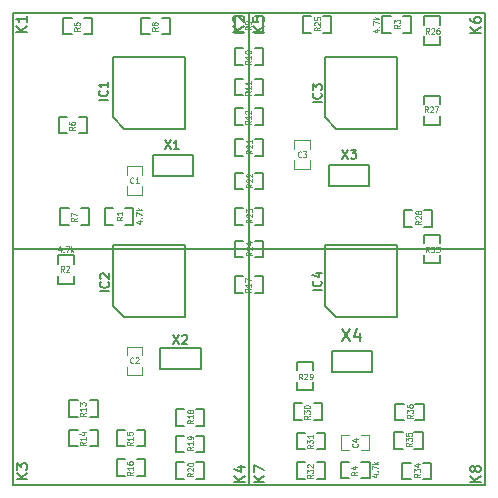
<source format=gto>
G04 (created by PCBNEW (2013-mar-13)-testing) date Tue 30 Sep 2014 12:27:09 PM PDT*
%MOIN*%
G04 Gerber Fmt 3.4, Leading zero omitted, Abs format*
%FSLAX34Y34*%
G01*
G70*
G90*
G04 APERTURE LIST*
%ADD10C,0.005906*%
%ADD11C,0.008000*%
%ADD12C,0.004700*%
%ADD13C,0.006000*%
%ADD14C,0.005000*%
%ADD15C,0.004500*%
G04 APERTURE END LIST*
G54D10*
G54D11*
X35283Y-35318D02*
X34933Y-35318D01*
X35283Y-35118D02*
X35083Y-35268D01*
X34933Y-35118D02*
X35133Y-35318D01*
X35083Y-34918D02*
X35066Y-34951D01*
X35050Y-34968D01*
X35016Y-34985D01*
X35000Y-34985D01*
X34966Y-34968D01*
X34950Y-34951D01*
X34933Y-34918D01*
X34933Y-34851D01*
X34950Y-34818D01*
X34966Y-34801D01*
X35000Y-34785D01*
X35016Y-34785D01*
X35050Y-34801D01*
X35066Y-34818D01*
X35083Y-34851D01*
X35083Y-34918D01*
X35100Y-34951D01*
X35116Y-34968D01*
X35150Y-34985D01*
X35216Y-34985D01*
X35250Y-34968D01*
X35266Y-34951D01*
X35283Y-34918D01*
X35283Y-34851D01*
X35266Y-34818D01*
X35250Y-34801D01*
X35216Y-34785D01*
X35150Y-34785D01*
X35116Y-34801D01*
X35100Y-34818D01*
X35083Y-34851D01*
X28063Y-35308D02*
X27713Y-35308D01*
X28063Y-35108D02*
X27863Y-35258D01*
X27713Y-35108D02*
X27913Y-35308D01*
X27713Y-34991D02*
X27713Y-34758D01*
X28063Y-34908D01*
X35293Y-20353D02*
X34943Y-20353D01*
X35293Y-20153D02*
X35093Y-20303D01*
X34943Y-20153D02*
X35143Y-20353D01*
X34943Y-19853D02*
X34943Y-19920D01*
X34960Y-19953D01*
X34976Y-19970D01*
X35026Y-20003D01*
X35093Y-20020D01*
X35226Y-20020D01*
X35260Y-20003D01*
X35276Y-19986D01*
X35293Y-19953D01*
X35293Y-19886D01*
X35276Y-19853D01*
X35260Y-19836D01*
X35226Y-19820D01*
X35143Y-19820D01*
X35110Y-19836D01*
X35093Y-19853D01*
X35076Y-19886D01*
X35076Y-19953D01*
X35093Y-19986D01*
X35110Y-20003D01*
X35143Y-20020D01*
X28058Y-20333D02*
X27708Y-20333D01*
X28058Y-20133D02*
X27858Y-20283D01*
X27708Y-20133D02*
X27908Y-20333D01*
X27708Y-19816D02*
X27708Y-19983D01*
X27875Y-20000D01*
X27858Y-19983D01*
X27841Y-19950D01*
X27841Y-19866D01*
X27858Y-19833D01*
X27875Y-19816D01*
X27908Y-19800D01*
X27991Y-19800D01*
X28025Y-19816D01*
X28041Y-19833D01*
X28058Y-19866D01*
X28058Y-19950D01*
X28041Y-19983D01*
X28025Y-20000D01*
X27423Y-35308D02*
X27073Y-35308D01*
X27423Y-35108D02*
X27223Y-35258D01*
X27073Y-35108D02*
X27273Y-35308D01*
X27190Y-34808D02*
X27423Y-34808D01*
X27056Y-34891D02*
X27306Y-34975D01*
X27306Y-34758D01*
X20163Y-35238D02*
X19813Y-35238D01*
X20163Y-35038D02*
X19963Y-35188D01*
X19813Y-35038D02*
X20013Y-35238D01*
X19813Y-34921D02*
X19813Y-34705D01*
X19946Y-34821D01*
X19946Y-34771D01*
X19963Y-34738D01*
X19980Y-34721D01*
X20013Y-34705D01*
X20096Y-34705D01*
X20130Y-34721D01*
X20146Y-34738D01*
X20163Y-34771D01*
X20163Y-34871D01*
X20146Y-34905D01*
X20130Y-34921D01*
X27388Y-20318D02*
X27038Y-20318D01*
X27388Y-20118D02*
X27188Y-20268D01*
X27038Y-20118D02*
X27238Y-20318D01*
X27071Y-19985D02*
X27055Y-19968D01*
X27038Y-19935D01*
X27038Y-19851D01*
X27055Y-19818D01*
X27071Y-19801D01*
X27105Y-19785D01*
X27138Y-19785D01*
X27188Y-19801D01*
X27388Y-20001D01*
X27388Y-19785D01*
X20158Y-20328D02*
X19808Y-20328D01*
X20158Y-20128D02*
X19958Y-20278D01*
X19808Y-20128D02*
X20008Y-20328D01*
X20158Y-19795D02*
X20158Y-19995D01*
X20158Y-19895D02*
X19808Y-19895D01*
X19858Y-19928D01*
X19891Y-19961D01*
X19908Y-19995D01*
G54D12*
X23484Y-25472D02*
X23484Y-25747D01*
X23484Y-25078D02*
X23484Y-24803D01*
X23996Y-25472D02*
X23996Y-25747D01*
X23996Y-24803D02*
X23996Y-25078D01*
X23990Y-25747D02*
X23490Y-25747D01*
X23490Y-24803D02*
X23990Y-24803D01*
G54D10*
X23622Y-19685D02*
X27559Y-19685D01*
X27559Y-19685D02*
X27559Y-27559D01*
X27559Y-27559D02*
X19685Y-27559D01*
X19685Y-27559D02*
X19685Y-19685D01*
X19685Y-19685D02*
X23818Y-19685D01*
X23622Y-27559D02*
X27559Y-27559D01*
X27559Y-27559D02*
X27559Y-35433D01*
X27559Y-35433D02*
X19685Y-35433D01*
X19685Y-35433D02*
X19685Y-27559D01*
X19685Y-27559D02*
X23818Y-27559D01*
X31496Y-19685D02*
X35433Y-19685D01*
X35433Y-19685D02*
X35433Y-27559D01*
X35433Y-27559D02*
X27559Y-27559D01*
X27559Y-27559D02*
X27559Y-19685D01*
X27559Y-19685D02*
X31692Y-19685D01*
X31496Y-27559D02*
X35433Y-27559D01*
X35433Y-27559D02*
X35433Y-35433D01*
X35433Y-35433D02*
X27559Y-35433D01*
X27559Y-35433D02*
X27559Y-27559D01*
X27559Y-27559D02*
X31692Y-27559D01*
G54D11*
X24370Y-24409D02*
X25708Y-24409D01*
X25708Y-24409D02*
X25708Y-25117D01*
X25708Y-25117D02*
X24370Y-25117D01*
X24370Y-25117D02*
X24370Y-24409D01*
X24606Y-30866D02*
X25944Y-30866D01*
X25944Y-30866D02*
X25944Y-31574D01*
X25944Y-31574D02*
X24606Y-31574D01*
X24606Y-31574D02*
X24606Y-30866D01*
X30236Y-24764D02*
X31574Y-24764D01*
X31574Y-24764D02*
X31574Y-25472D01*
X31574Y-25472D02*
X30236Y-25472D01*
X30236Y-25472D02*
X30236Y-24764D01*
X30315Y-30945D02*
X31653Y-30945D01*
X31653Y-30945D02*
X31653Y-31653D01*
X31653Y-31653D02*
X30315Y-31653D01*
X30315Y-31653D02*
X30315Y-30945D01*
G54D12*
X23484Y-31496D02*
X23484Y-31771D01*
X23484Y-31102D02*
X23484Y-30827D01*
X23996Y-31496D02*
X23996Y-31771D01*
X23996Y-30827D02*
X23996Y-31102D01*
X23990Y-31771D02*
X23490Y-31771D01*
X23490Y-30827D02*
X23990Y-30827D01*
G54D13*
X23012Y-23167D02*
X23012Y-21517D01*
X23012Y-21517D02*
X23012Y-21142D01*
X23012Y-21142D02*
X25412Y-21142D01*
X25412Y-21142D02*
X25412Y-23542D01*
X25412Y-23542D02*
X23387Y-23542D01*
X23387Y-23542D02*
X23012Y-23167D01*
X23012Y-29466D02*
X23012Y-27816D01*
X23012Y-27816D02*
X23012Y-27441D01*
X23012Y-27441D02*
X25412Y-27441D01*
X25412Y-27441D02*
X25412Y-29841D01*
X25412Y-29841D02*
X23387Y-29841D01*
X23387Y-29841D02*
X23012Y-29466D01*
X30099Y-23167D02*
X30099Y-21517D01*
X30099Y-21517D02*
X30099Y-21142D01*
X30099Y-21142D02*
X32499Y-21142D01*
X32499Y-21142D02*
X32499Y-23542D01*
X32499Y-23542D02*
X30474Y-23542D01*
X30474Y-23542D02*
X30099Y-23167D01*
X30099Y-29466D02*
X30099Y-27816D01*
X30099Y-27816D02*
X30099Y-27441D01*
X30099Y-27441D02*
X32499Y-27441D01*
X32499Y-27441D02*
X32499Y-29841D01*
X32499Y-29841D02*
X30474Y-29841D01*
X30474Y-29841D02*
X30099Y-29466D01*
G54D12*
X29074Y-24606D02*
X29074Y-24881D01*
X29074Y-24212D02*
X29074Y-23937D01*
X29586Y-24606D02*
X29586Y-24881D01*
X29586Y-23937D02*
X29586Y-24212D01*
X29580Y-24881D02*
X29080Y-24881D01*
X29080Y-23937D02*
X29580Y-23937D01*
X31299Y-34271D02*
X31574Y-34271D01*
X30905Y-34271D02*
X30630Y-34271D01*
X31299Y-33759D02*
X31574Y-33759D01*
X30630Y-33759D02*
X30905Y-33759D01*
X31574Y-33765D02*
X31574Y-34265D01*
X30630Y-34265D02*
X30630Y-33765D01*
G54D14*
X32716Y-32717D02*
X32438Y-32717D01*
X32438Y-32717D02*
X32438Y-33267D01*
X32438Y-33267D02*
X32716Y-33267D01*
X33388Y-32717D02*
X33110Y-32717D01*
X33388Y-32717D02*
X33388Y-33267D01*
X33388Y-33267D02*
X33110Y-33267D01*
X32677Y-33662D02*
X32399Y-33662D01*
X32399Y-33662D02*
X32399Y-34212D01*
X32399Y-34212D02*
X32677Y-34212D01*
X33349Y-33662D02*
X33071Y-33662D01*
X33349Y-33662D02*
X33349Y-34212D01*
X33349Y-34212D02*
X33071Y-34212D01*
X32952Y-34685D02*
X32674Y-34685D01*
X32674Y-34685D02*
X32674Y-35235D01*
X32674Y-35235D02*
X32952Y-35235D01*
X33624Y-34685D02*
X33346Y-34685D01*
X33624Y-34685D02*
X33624Y-35235D01*
X33624Y-35235D02*
X33346Y-35235D01*
X33936Y-27362D02*
X33936Y-27084D01*
X33936Y-27084D02*
X33386Y-27084D01*
X33386Y-27084D02*
X33386Y-27362D01*
X33936Y-28034D02*
X33936Y-27756D01*
X33936Y-28034D02*
X33386Y-28034D01*
X33386Y-28034D02*
X33386Y-27756D01*
X29822Y-35215D02*
X30100Y-35215D01*
X30100Y-35215D02*
X30100Y-34665D01*
X30100Y-34665D02*
X29822Y-34665D01*
X29150Y-35215D02*
X29428Y-35215D01*
X29150Y-35215D02*
X29150Y-34665D01*
X29150Y-34665D02*
X29428Y-34665D01*
X29822Y-34231D02*
X30100Y-34231D01*
X30100Y-34231D02*
X30100Y-33681D01*
X30100Y-33681D02*
X29822Y-33681D01*
X29150Y-34231D02*
X29428Y-34231D01*
X29150Y-34231D02*
X29150Y-33681D01*
X29150Y-33681D02*
X29428Y-33681D01*
X29724Y-33247D02*
X30002Y-33247D01*
X30002Y-33247D02*
X30002Y-32697D01*
X30002Y-32697D02*
X29724Y-32697D01*
X29052Y-33247D02*
X29330Y-33247D01*
X29052Y-33247D02*
X29052Y-32697D01*
X29052Y-32697D02*
X29330Y-32697D01*
X29704Y-31594D02*
X29704Y-31316D01*
X29704Y-31316D02*
X29154Y-31316D01*
X29154Y-31316D02*
X29154Y-31594D01*
X29704Y-32266D02*
X29704Y-31988D01*
X29704Y-32266D02*
X29154Y-32266D01*
X29154Y-32266D02*
X29154Y-31988D01*
X32991Y-26260D02*
X32713Y-26260D01*
X32713Y-26260D02*
X32713Y-26810D01*
X32713Y-26810D02*
X32991Y-26810D01*
X33663Y-26260D02*
X33385Y-26260D01*
X33663Y-26260D02*
X33663Y-26810D01*
X33663Y-26810D02*
X33385Y-26810D01*
X33386Y-23130D02*
X33386Y-23408D01*
X33386Y-23408D02*
X33936Y-23408D01*
X33936Y-23408D02*
X33936Y-23130D01*
X33386Y-22458D02*
X33386Y-22736D01*
X33386Y-22458D02*
X33936Y-22458D01*
X33936Y-22458D02*
X33936Y-22736D01*
X33936Y-20078D02*
X33936Y-19800D01*
X33936Y-19800D02*
X33386Y-19800D01*
X33386Y-19800D02*
X33386Y-20078D01*
X33936Y-20750D02*
X33936Y-20472D01*
X33936Y-20750D02*
X33386Y-20750D01*
X33386Y-20750D02*
X33386Y-20472D01*
X29625Y-19803D02*
X29347Y-19803D01*
X29347Y-19803D02*
X29347Y-20353D01*
X29347Y-20353D02*
X29625Y-20353D01*
X30297Y-19803D02*
X30019Y-19803D01*
X30297Y-19803D02*
X30297Y-20353D01*
X30297Y-20353D02*
X30019Y-20353D01*
X27362Y-27284D02*
X27084Y-27284D01*
X27084Y-27284D02*
X27084Y-27834D01*
X27084Y-27834D02*
X27362Y-27834D01*
X28034Y-27284D02*
X27756Y-27284D01*
X28034Y-27284D02*
X28034Y-27834D01*
X28034Y-27834D02*
X27756Y-27834D01*
X27362Y-26201D02*
X27084Y-26201D01*
X27084Y-26201D02*
X27084Y-26751D01*
X27084Y-26751D02*
X27362Y-26751D01*
X28034Y-26201D02*
X27756Y-26201D01*
X28034Y-26201D02*
X28034Y-26751D01*
X28034Y-26751D02*
X27756Y-26751D01*
X27362Y-25020D02*
X27084Y-25020D01*
X27084Y-25020D02*
X27084Y-25570D01*
X27084Y-25570D02*
X27362Y-25570D01*
X28034Y-25020D02*
X27756Y-25020D01*
X28034Y-25020D02*
X28034Y-25570D01*
X28034Y-25570D02*
X27756Y-25570D01*
X27362Y-23898D02*
X27084Y-23898D01*
X27084Y-23898D02*
X27084Y-24448D01*
X27084Y-24448D02*
X27362Y-24448D01*
X28034Y-23898D02*
X27756Y-23898D01*
X28034Y-23898D02*
X28034Y-24448D01*
X28034Y-24448D02*
X27756Y-24448D01*
X25393Y-34665D02*
X25115Y-34665D01*
X25115Y-34665D02*
X25115Y-35215D01*
X25115Y-35215D02*
X25393Y-35215D01*
X26065Y-34665D02*
X25787Y-34665D01*
X26065Y-34665D02*
X26065Y-35215D01*
X26065Y-35215D02*
X25787Y-35215D01*
X25393Y-33780D02*
X25115Y-33780D01*
X25115Y-33780D02*
X25115Y-34330D01*
X25115Y-34330D02*
X25393Y-34330D01*
X26065Y-33780D02*
X25787Y-33780D01*
X26065Y-33780D02*
X26065Y-34330D01*
X26065Y-34330D02*
X25787Y-34330D01*
X25393Y-32894D02*
X25115Y-32894D01*
X25115Y-32894D02*
X25115Y-33444D01*
X25115Y-33444D02*
X25393Y-33444D01*
X26065Y-32894D02*
X25787Y-32894D01*
X26065Y-32894D02*
X26065Y-33444D01*
X26065Y-33444D02*
X25787Y-33444D01*
X27756Y-29015D02*
X28034Y-29015D01*
X28034Y-29015D02*
X28034Y-28465D01*
X28034Y-28465D02*
X27756Y-28465D01*
X27084Y-29015D02*
X27362Y-29015D01*
X27084Y-29015D02*
X27084Y-28465D01*
X27084Y-28465D02*
X27362Y-28465D01*
X23819Y-35117D02*
X24097Y-35117D01*
X24097Y-35117D02*
X24097Y-34567D01*
X24097Y-34567D02*
X23819Y-34567D01*
X23147Y-35117D02*
X23425Y-35117D01*
X23147Y-35117D02*
X23147Y-34567D01*
X23147Y-34567D02*
X23425Y-34567D01*
X23819Y-34133D02*
X24097Y-34133D01*
X24097Y-34133D02*
X24097Y-33583D01*
X24097Y-33583D02*
X23819Y-33583D01*
X23147Y-34133D02*
X23425Y-34133D01*
X23147Y-34133D02*
X23147Y-33583D01*
X23147Y-33583D02*
X23425Y-33583D01*
X22244Y-34133D02*
X22522Y-34133D01*
X22522Y-34133D02*
X22522Y-33583D01*
X22522Y-33583D02*
X22244Y-33583D01*
X21572Y-34133D02*
X21850Y-34133D01*
X21572Y-34133D02*
X21572Y-33583D01*
X21572Y-33583D02*
X21850Y-33583D01*
X22244Y-33149D02*
X22522Y-33149D01*
X22522Y-33149D02*
X22522Y-32599D01*
X22522Y-32599D02*
X22244Y-32599D01*
X21572Y-33149D02*
X21850Y-33149D01*
X21572Y-33149D02*
X21572Y-32599D01*
X21572Y-32599D02*
X21850Y-32599D01*
X27756Y-23424D02*
X28034Y-23424D01*
X28034Y-23424D02*
X28034Y-22874D01*
X28034Y-22874D02*
X27756Y-22874D01*
X27084Y-23424D02*
X27362Y-23424D01*
X27084Y-23424D02*
X27084Y-22874D01*
X27084Y-22874D02*
X27362Y-22874D01*
X27756Y-22440D02*
X28034Y-22440D01*
X28034Y-22440D02*
X28034Y-21890D01*
X28034Y-21890D02*
X27756Y-21890D01*
X27084Y-22440D02*
X27362Y-22440D01*
X27084Y-22440D02*
X27084Y-21890D01*
X27084Y-21890D02*
X27362Y-21890D01*
X27756Y-21416D02*
X28034Y-21416D01*
X28034Y-21416D02*
X28034Y-20866D01*
X28034Y-20866D02*
X27756Y-20866D01*
X27084Y-21416D02*
X27362Y-21416D01*
X27084Y-21416D02*
X27084Y-20866D01*
X27084Y-20866D02*
X27362Y-20866D01*
X27756Y-20353D02*
X28034Y-20353D01*
X28034Y-20353D02*
X28034Y-19803D01*
X28034Y-19803D02*
X27756Y-19803D01*
X27084Y-20353D02*
X27362Y-20353D01*
X27084Y-20353D02*
X27084Y-19803D01*
X27084Y-19803D02*
X27362Y-19803D01*
X24645Y-20393D02*
X24923Y-20393D01*
X24923Y-20393D02*
X24923Y-19843D01*
X24923Y-19843D02*
X24645Y-19843D01*
X23973Y-20393D02*
X24251Y-20393D01*
X23973Y-20393D02*
X23973Y-19843D01*
X23973Y-19843D02*
X24251Y-19843D01*
X21948Y-26751D02*
X22226Y-26751D01*
X22226Y-26751D02*
X22226Y-26201D01*
X22226Y-26201D02*
X21948Y-26201D01*
X21276Y-26751D02*
X21554Y-26751D01*
X21276Y-26751D02*
X21276Y-26201D01*
X21276Y-26201D02*
X21554Y-26201D01*
X21889Y-23700D02*
X22167Y-23700D01*
X22167Y-23700D02*
X22167Y-23150D01*
X22167Y-23150D02*
X21889Y-23150D01*
X21217Y-23700D02*
X21495Y-23700D01*
X21217Y-23700D02*
X21217Y-23150D01*
X21217Y-23150D02*
X21495Y-23150D01*
X22047Y-20393D02*
X22325Y-20393D01*
X22325Y-20393D02*
X22325Y-19843D01*
X22325Y-19843D02*
X22047Y-19843D01*
X21375Y-20393D02*
X21653Y-20393D01*
X21375Y-20393D02*
X21375Y-19843D01*
X21375Y-19843D02*
X21653Y-19843D01*
X31299Y-35196D02*
X31577Y-35196D01*
X31577Y-35196D02*
X31577Y-34646D01*
X31577Y-34646D02*
X31299Y-34646D01*
X30627Y-35196D02*
X30905Y-35196D01*
X30627Y-35196D02*
X30627Y-34646D01*
X30627Y-34646D02*
X30905Y-34646D01*
X32283Y-19803D02*
X32005Y-19803D01*
X32005Y-19803D02*
X32005Y-20353D01*
X32005Y-20353D02*
X32283Y-20353D01*
X32955Y-19803D02*
X32677Y-19803D01*
X32955Y-19803D02*
X32955Y-20353D01*
X32955Y-20353D02*
X32677Y-20353D01*
X21181Y-28445D02*
X21181Y-28723D01*
X21181Y-28723D02*
X21731Y-28723D01*
X21731Y-28723D02*
X21731Y-28445D01*
X21181Y-27773D02*
X21181Y-28051D01*
X21181Y-27773D02*
X21731Y-27773D01*
X21731Y-27773D02*
X21731Y-28051D01*
X23031Y-26201D02*
X22753Y-26201D01*
X22753Y-26201D02*
X22753Y-26751D01*
X22753Y-26751D02*
X23031Y-26751D01*
X23703Y-26201D02*
X23425Y-26201D01*
X23703Y-26201D02*
X23703Y-26751D01*
X23703Y-26751D02*
X23425Y-26751D01*
G54D15*
X23710Y-25347D02*
X23701Y-25356D01*
X23675Y-25366D01*
X23658Y-25366D01*
X23633Y-25356D01*
X23615Y-25337D01*
X23607Y-25318D01*
X23598Y-25280D01*
X23598Y-25251D01*
X23607Y-25213D01*
X23615Y-25194D01*
X23633Y-25175D01*
X23658Y-25166D01*
X23675Y-25166D01*
X23701Y-25175D01*
X23710Y-25185D01*
X23881Y-25366D02*
X23778Y-25366D01*
X23830Y-25366D02*
X23830Y-25166D01*
X23813Y-25194D01*
X23795Y-25213D01*
X23778Y-25223D01*
G54D13*
X24757Y-23930D02*
X24957Y-24230D01*
X24957Y-23930D02*
X24757Y-24230D01*
X25228Y-24230D02*
X25057Y-24230D01*
X25142Y-24230D02*
X25142Y-23930D01*
X25114Y-23973D01*
X25085Y-24001D01*
X25057Y-24015D01*
X25032Y-30426D02*
X25232Y-30726D01*
X25232Y-30426D02*
X25032Y-30726D01*
X25332Y-30454D02*
X25347Y-30440D01*
X25375Y-30426D01*
X25447Y-30426D01*
X25475Y-30440D01*
X25489Y-30454D01*
X25504Y-30483D01*
X25504Y-30511D01*
X25489Y-30554D01*
X25318Y-30726D01*
X25504Y-30726D01*
X30662Y-24245D02*
X30862Y-24545D01*
X30862Y-24245D02*
X30662Y-24545D01*
X30948Y-24245D02*
X31134Y-24245D01*
X31034Y-24359D01*
X31076Y-24359D01*
X31105Y-24373D01*
X31119Y-24388D01*
X31134Y-24416D01*
X31134Y-24488D01*
X31119Y-24516D01*
X31105Y-24530D01*
X31076Y-24545D01*
X30991Y-24545D01*
X30962Y-24530D01*
X30948Y-24516D01*
G54D11*
X30660Y-30214D02*
X30927Y-30614D01*
X30927Y-30214D02*
X30660Y-30614D01*
X31250Y-30347D02*
X31250Y-30614D01*
X31155Y-30195D02*
X31060Y-30480D01*
X31308Y-30480D01*
G54D15*
X23710Y-31350D02*
X23701Y-31360D01*
X23675Y-31370D01*
X23658Y-31370D01*
X23633Y-31360D01*
X23615Y-31341D01*
X23607Y-31322D01*
X23598Y-31284D01*
X23598Y-31255D01*
X23607Y-31217D01*
X23615Y-31198D01*
X23633Y-31179D01*
X23658Y-31170D01*
X23675Y-31170D01*
X23701Y-31179D01*
X23710Y-31189D01*
X23778Y-31189D02*
X23787Y-31179D01*
X23804Y-31170D01*
X23847Y-31170D01*
X23864Y-31179D01*
X23873Y-31189D01*
X23881Y-31208D01*
X23881Y-31227D01*
X23873Y-31255D01*
X23770Y-31370D01*
X23881Y-31370D01*
G54D13*
X22852Y-22596D02*
X22552Y-22596D01*
X22823Y-22281D02*
X22837Y-22296D01*
X22852Y-22338D01*
X22852Y-22367D01*
X22837Y-22410D01*
X22809Y-22438D01*
X22780Y-22453D01*
X22723Y-22467D01*
X22680Y-22467D01*
X22623Y-22453D01*
X22595Y-22438D01*
X22566Y-22410D01*
X22552Y-22367D01*
X22552Y-22338D01*
X22566Y-22296D01*
X22580Y-22281D01*
X22852Y-21996D02*
X22852Y-22167D01*
X22852Y-22081D02*
X22552Y-22081D01*
X22595Y-22110D01*
X22623Y-22138D01*
X22637Y-22167D01*
X22891Y-28973D02*
X22591Y-28973D01*
X22863Y-28659D02*
X22877Y-28673D01*
X22891Y-28716D01*
X22891Y-28745D01*
X22877Y-28788D01*
X22848Y-28816D01*
X22820Y-28831D01*
X22763Y-28845D01*
X22720Y-28845D01*
X22663Y-28831D01*
X22634Y-28816D01*
X22605Y-28788D01*
X22591Y-28745D01*
X22591Y-28716D01*
X22605Y-28673D01*
X22620Y-28659D01*
X22620Y-28545D02*
X22605Y-28531D01*
X22591Y-28502D01*
X22591Y-28431D01*
X22605Y-28402D01*
X22620Y-28388D01*
X22648Y-28373D01*
X22677Y-28373D01*
X22720Y-28388D01*
X22891Y-28559D01*
X22891Y-28373D01*
X29978Y-22674D02*
X29678Y-22674D01*
X29949Y-22360D02*
X29963Y-22374D01*
X29978Y-22417D01*
X29978Y-22446D01*
X29963Y-22489D01*
X29935Y-22517D01*
X29906Y-22531D01*
X29849Y-22546D01*
X29806Y-22546D01*
X29749Y-22531D01*
X29721Y-22517D01*
X29692Y-22489D01*
X29678Y-22446D01*
X29678Y-22417D01*
X29692Y-22374D01*
X29706Y-22360D01*
X29678Y-22260D02*
X29678Y-22074D01*
X29792Y-22174D01*
X29792Y-22131D01*
X29806Y-22103D01*
X29821Y-22089D01*
X29849Y-22074D01*
X29921Y-22074D01*
X29949Y-22089D01*
X29963Y-22103D01*
X29978Y-22131D01*
X29978Y-22217D01*
X29963Y-22246D01*
X29949Y-22260D01*
X29978Y-28934D02*
X29678Y-28934D01*
X29949Y-28620D02*
X29963Y-28634D01*
X29978Y-28677D01*
X29978Y-28706D01*
X29963Y-28748D01*
X29935Y-28777D01*
X29906Y-28791D01*
X29849Y-28806D01*
X29806Y-28806D01*
X29749Y-28791D01*
X29721Y-28777D01*
X29692Y-28748D01*
X29678Y-28706D01*
X29678Y-28677D01*
X29692Y-28634D01*
X29706Y-28620D01*
X29778Y-28363D02*
X29978Y-28363D01*
X29663Y-28434D02*
X29878Y-28506D01*
X29878Y-28320D01*
G54D15*
X29300Y-24480D02*
X29292Y-24490D01*
X29266Y-24499D01*
X29249Y-24499D01*
X29223Y-24490D01*
X29206Y-24471D01*
X29197Y-24452D01*
X29189Y-24414D01*
X29189Y-24385D01*
X29197Y-24347D01*
X29206Y-24328D01*
X29223Y-24309D01*
X29249Y-24299D01*
X29266Y-24299D01*
X29292Y-24309D01*
X29300Y-24318D01*
X29360Y-24299D02*
X29472Y-24299D01*
X29412Y-24376D01*
X29437Y-24376D01*
X29454Y-24385D01*
X29463Y-24395D01*
X29472Y-24414D01*
X29472Y-24461D01*
X29463Y-24480D01*
X29454Y-24490D01*
X29437Y-24499D01*
X29386Y-24499D01*
X29369Y-24490D01*
X29360Y-24480D01*
X31173Y-34045D02*
X31183Y-34054D01*
X31192Y-34080D01*
X31192Y-34097D01*
X31183Y-34122D01*
X31164Y-34140D01*
X31145Y-34148D01*
X31107Y-34157D01*
X31078Y-34157D01*
X31040Y-34148D01*
X31021Y-34140D01*
X31002Y-34122D01*
X30992Y-34097D01*
X30992Y-34080D01*
X31002Y-34054D01*
X31011Y-34045D01*
X31059Y-33891D02*
X31192Y-33891D01*
X30983Y-33934D02*
X31126Y-33977D01*
X31126Y-33865D01*
X33027Y-33082D02*
X32933Y-33142D01*
X33027Y-33185D02*
X32830Y-33185D01*
X32830Y-33117D01*
X32839Y-33099D01*
X32849Y-33091D01*
X32868Y-33082D01*
X32896Y-33082D01*
X32914Y-33091D01*
X32924Y-33099D01*
X32933Y-33117D01*
X32933Y-33185D01*
X32830Y-33022D02*
X32830Y-32911D01*
X32905Y-32971D01*
X32905Y-32945D01*
X32914Y-32928D01*
X32924Y-32919D01*
X32943Y-32911D01*
X32989Y-32911D01*
X33008Y-32919D01*
X33018Y-32928D01*
X33027Y-32945D01*
X33027Y-32997D01*
X33018Y-33014D01*
X33008Y-33022D01*
X32830Y-32757D02*
X32830Y-32791D01*
X32839Y-32808D01*
X32849Y-32817D01*
X32877Y-32834D01*
X32914Y-32842D01*
X32989Y-32842D01*
X33008Y-32834D01*
X33018Y-32825D01*
X33027Y-32808D01*
X33027Y-32774D01*
X33018Y-32757D01*
X33008Y-32748D01*
X32989Y-32739D01*
X32943Y-32739D01*
X32924Y-32748D01*
X32914Y-32757D01*
X32905Y-32774D01*
X32905Y-32808D01*
X32914Y-32825D01*
X32924Y-32834D01*
X32943Y-32842D01*
X32988Y-34027D02*
X32894Y-34087D01*
X32988Y-34130D02*
X32791Y-34130D01*
X32791Y-34062D01*
X32800Y-34044D01*
X32809Y-34036D01*
X32828Y-34027D01*
X32856Y-34027D01*
X32875Y-34036D01*
X32884Y-34044D01*
X32894Y-34062D01*
X32894Y-34130D01*
X32791Y-33967D02*
X32791Y-33856D01*
X32866Y-33916D01*
X32866Y-33890D01*
X32875Y-33873D01*
X32884Y-33864D01*
X32903Y-33856D01*
X32950Y-33856D01*
X32969Y-33864D01*
X32978Y-33873D01*
X32988Y-33890D01*
X32988Y-33942D01*
X32978Y-33959D01*
X32969Y-33967D01*
X32791Y-33693D02*
X32791Y-33779D01*
X32884Y-33787D01*
X32875Y-33779D01*
X32866Y-33762D01*
X32866Y-33719D01*
X32875Y-33702D01*
X32884Y-33693D01*
X32903Y-33684D01*
X32950Y-33684D01*
X32969Y-33693D01*
X32978Y-33702D01*
X32988Y-33719D01*
X32988Y-33762D01*
X32978Y-33779D01*
X32969Y-33787D01*
X33263Y-35051D02*
X33169Y-35111D01*
X33263Y-35154D02*
X33066Y-35154D01*
X33066Y-35085D01*
X33076Y-35068D01*
X33085Y-35059D01*
X33104Y-35051D01*
X33132Y-35051D01*
X33151Y-35059D01*
X33160Y-35068D01*
X33169Y-35085D01*
X33169Y-35154D01*
X33066Y-34991D02*
X33066Y-34879D01*
X33141Y-34939D01*
X33141Y-34914D01*
X33151Y-34897D01*
X33160Y-34888D01*
X33179Y-34879D01*
X33226Y-34879D01*
X33244Y-34888D01*
X33254Y-34897D01*
X33263Y-34914D01*
X33263Y-34965D01*
X33254Y-34982D01*
X33244Y-34991D01*
X33132Y-34725D02*
X33263Y-34725D01*
X33057Y-34768D02*
X33198Y-34811D01*
X33198Y-34699D01*
X33570Y-27673D02*
X33510Y-27579D01*
X33467Y-27673D02*
X33467Y-27476D01*
X33536Y-27476D01*
X33553Y-27485D01*
X33562Y-27494D01*
X33570Y-27513D01*
X33570Y-27541D01*
X33562Y-27560D01*
X33553Y-27569D01*
X33536Y-27579D01*
X33467Y-27579D01*
X33630Y-27476D02*
X33742Y-27476D01*
X33682Y-27551D01*
X33707Y-27551D01*
X33724Y-27560D01*
X33733Y-27569D01*
X33742Y-27588D01*
X33742Y-27635D01*
X33733Y-27654D01*
X33724Y-27663D01*
X33707Y-27673D01*
X33656Y-27673D01*
X33639Y-27663D01*
X33630Y-27654D01*
X33802Y-27476D02*
X33913Y-27476D01*
X33853Y-27551D01*
X33879Y-27551D01*
X33896Y-27560D01*
X33904Y-27569D01*
X33913Y-27588D01*
X33913Y-27635D01*
X33904Y-27654D01*
X33896Y-27663D01*
X33879Y-27673D01*
X33827Y-27673D01*
X33810Y-27663D01*
X33802Y-27654D01*
X29690Y-35081D02*
X29596Y-35141D01*
X29690Y-35184D02*
X29493Y-35184D01*
X29493Y-35115D01*
X29502Y-35098D01*
X29511Y-35090D01*
X29530Y-35081D01*
X29558Y-35081D01*
X29577Y-35090D01*
X29586Y-35098D01*
X29596Y-35115D01*
X29596Y-35184D01*
X29493Y-35021D02*
X29493Y-34910D01*
X29568Y-34970D01*
X29568Y-34944D01*
X29577Y-34927D01*
X29586Y-34918D01*
X29605Y-34910D01*
X29652Y-34910D01*
X29671Y-34918D01*
X29680Y-34927D01*
X29690Y-34944D01*
X29690Y-34995D01*
X29680Y-35013D01*
X29671Y-35021D01*
X29511Y-34841D02*
X29502Y-34833D01*
X29493Y-34815D01*
X29493Y-34773D01*
X29502Y-34755D01*
X29511Y-34747D01*
X29530Y-34738D01*
X29549Y-34738D01*
X29577Y-34747D01*
X29690Y-34850D01*
X29690Y-34738D01*
X29690Y-34097D02*
X29596Y-34157D01*
X29690Y-34200D02*
X29493Y-34200D01*
X29493Y-34131D01*
X29502Y-34114D01*
X29511Y-34105D01*
X29530Y-34097D01*
X29558Y-34097D01*
X29577Y-34105D01*
X29586Y-34114D01*
X29596Y-34131D01*
X29596Y-34200D01*
X29493Y-34037D02*
X29493Y-33925D01*
X29568Y-33985D01*
X29568Y-33960D01*
X29577Y-33943D01*
X29586Y-33934D01*
X29605Y-33925D01*
X29652Y-33925D01*
X29671Y-33934D01*
X29680Y-33943D01*
X29690Y-33960D01*
X29690Y-34011D01*
X29680Y-34028D01*
X29671Y-34037D01*
X29690Y-33754D02*
X29690Y-33857D01*
X29690Y-33805D02*
X29493Y-33805D01*
X29521Y-33823D01*
X29540Y-33840D01*
X29549Y-33857D01*
X29591Y-33113D02*
X29497Y-33173D01*
X29591Y-33216D02*
X29394Y-33216D01*
X29394Y-33147D01*
X29404Y-33130D01*
X29413Y-33121D01*
X29432Y-33113D01*
X29460Y-33113D01*
X29479Y-33121D01*
X29488Y-33130D01*
X29497Y-33147D01*
X29497Y-33216D01*
X29394Y-33053D02*
X29394Y-32941D01*
X29469Y-33001D01*
X29469Y-32976D01*
X29479Y-32958D01*
X29488Y-32950D01*
X29507Y-32941D01*
X29554Y-32941D01*
X29572Y-32950D01*
X29582Y-32958D01*
X29591Y-32976D01*
X29591Y-33027D01*
X29582Y-33044D01*
X29572Y-33053D01*
X29394Y-32830D02*
X29394Y-32813D01*
X29404Y-32796D01*
X29413Y-32787D01*
X29432Y-32778D01*
X29469Y-32770D01*
X29516Y-32770D01*
X29554Y-32778D01*
X29572Y-32787D01*
X29582Y-32796D01*
X29591Y-32813D01*
X29591Y-32830D01*
X29582Y-32847D01*
X29572Y-32856D01*
X29554Y-32864D01*
X29516Y-32873D01*
X29469Y-32873D01*
X29432Y-32864D01*
X29413Y-32856D01*
X29404Y-32847D01*
X29394Y-32830D01*
X29338Y-31905D02*
X29278Y-31811D01*
X29235Y-31905D02*
X29235Y-31708D01*
X29304Y-31708D01*
X29321Y-31717D01*
X29329Y-31727D01*
X29338Y-31745D01*
X29338Y-31774D01*
X29329Y-31792D01*
X29321Y-31802D01*
X29304Y-31811D01*
X29235Y-31811D01*
X29406Y-31727D02*
X29415Y-31717D01*
X29432Y-31708D01*
X29475Y-31708D01*
X29492Y-31717D01*
X29501Y-31727D01*
X29509Y-31745D01*
X29509Y-31764D01*
X29501Y-31792D01*
X29398Y-31905D01*
X29509Y-31905D01*
X29595Y-31905D02*
X29629Y-31905D01*
X29646Y-31896D01*
X29655Y-31886D01*
X29672Y-31858D01*
X29681Y-31821D01*
X29681Y-31745D01*
X29672Y-31727D01*
X29664Y-31717D01*
X29646Y-31708D01*
X29612Y-31708D01*
X29595Y-31717D01*
X29586Y-31727D01*
X29578Y-31745D01*
X29578Y-31792D01*
X29586Y-31811D01*
X29595Y-31821D01*
X29612Y-31830D01*
X29646Y-31830D01*
X29664Y-31821D01*
X29672Y-31811D01*
X29681Y-31792D01*
X33303Y-26626D02*
X33209Y-26686D01*
X33303Y-26729D02*
X33106Y-26729D01*
X33106Y-26660D01*
X33115Y-26643D01*
X33124Y-26634D01*
X33143Y-26626D01*
X33171Y-26626D01*
X33190Y-26634D01*
X33199Y-26643D01*
X33209Y-26660D01*
X33209Y-26729D01*
X33124Y-26557D02*
X33115Y-26549D01*
X33106Y-26531D01*
X33106Y-26489D01*
X33115Y-26471D01*
X33124Y-26463D01*
X33143Y-26454D01*
X33162Y-26454D01*
X33190Y-26463D01*
X33303Y-26566D01*
X33303Y-26454D01*
X33190Y-26351D02*
X33181Y-26369D01*
X33171Y-26377D01*
X33153Y-26386D01*
X33143Y-26386D01*
X33124Y-26377D01*
X33115Y-26369D01*
X33106Y-26351D01*
X33106Y-26317D01*
X33115Y-26300D01*
X33124Y-26291D01*
X33143Y-26283D01*
X33153Y-26283D01*
X33171Y-26291D01*
X33181Y-26300D01*
X33190Y-26317D01*
X33190Y-26351D01*
X33199Y-26369D01*
X33209Y-26377D01*
X33228Y-26386D01*
X33265Y-26386D01*
X33284Y-26377D01*
X33293Y-26369D01*
X33303Y-26351D01*
X33303Y-26317D01*
X33293Y-26300D01*
X33284Y-26291D01*
X33265Y-26283D01*
X33228Y-26283D01*
X33209Y-26291D01*
X33199Y-26300D01*
X33190Y-26317D01*
X33520Y-22997D02*
X33460Y-22903D01*
X33417Y-22997D02*
X33417Y-22800D01*
X33486Y-22800D01*
X33503Y-22809D01*
X33512Y-22818D01*
X33520Y-22837D01*
X33520Y-22865D01*
X33512Y-22884D01*
X33503Y-22893D01*
X33486Y-22903D01*
X33417Y-22903D01*
X33589Y-22818D02*
X33597Y-22809D01*
X33614Y-22800D01*
X33657Y-22800D01*
X33674Y-22809D01*
X33683Y-22818D01*
X33692Y-22837D01*
X33692Y-22856D01*
X33683Y-22884D01*
X33580Y-22997D01*
X33692Y-22997D01*
X33752Y-22800D02*
X33872Y-22800D01*
X33794Y-22997D01*
X33570Y-20389D02*
X33510Y-20295D01*
X33467Y-20389D02*
X33467Y-20192D01*
X33536Y-20192D01*
X33553Y-20202D01*
X33562Y-20211D01*
X33570Y-20230D01*
X33570Y-20258D01*
X33562Y-20277D01*
X33553Y-20286D01*
X33536Y-20295D01*
X33467Y-20295D01*
X33639Y-20211D02*
X33647Y-20202D01*
X33664Y-20192D01*
X33707Y-20192D01*
X33724Y-20202D01*
X33733Y-20211D01*
X33742Y-20230D01*
X33742Y-20248D01*
X33733Y-20277D01*
X33630Y-20389D01*
X33742Y-20389D01*
X33896Y-20192D02*
X33862Y-20192D01*
X33844Y-20202D01*
X33836Y-20211D01*
X33819Y-20239D01*
X33810Y-20277D01*
X33810Y-20352D01*
X33819Y-20370D01*
X33827Y-20380D01*
X33844Y-20389D01*
X33879Y-20389D01*
X33896Y-20380D01*
X33904Y-20370D01*
X33913Y-20352D01*
X33913Y-20305D01*
X33904Y-20286D01*
X33896Y-20277D01*
X33879Y-20267D01*
X33844Y-20267D01*
X33827Y-20277D01*
X33819Y-20286D01*
X33810Y-20305D01*
X29936Y-20169D02*
X29843Y-20229D01*
X29936Y-20272D02*
X29739Y-20272D01*
X29739Y-20203D01*
X29749Y-20186D01*
X29758Y-20178D01*
X29777Y-20169D01*
X29805Y-20169D01*
X29824Y-20178D01*
X29833Y-20186D01*
X29843Y-20203D01*
X29843Y-20272D01*
X29758Y-20100D02*
X29749Y-20092D01*
X29739Y-20075D01*
X29739Y-20032D01*
X29749Y-20015D01*
X29758Y-20006D01*
X29777Y-19998D01*
X29796Y-19998D01*
X29824Y-20006D01*
X29936Y-20109D01*
X29936Y-19998D01*
X29739Y-19835D02*
X29739Y-19920D01*
X29833Y-19929D01*
X29824Y-19920D01*
X29815Y-19903D01*
X29815Y-19860D01*
X29824Y-19843D01*
X29833Y-19835D01*
X29852Y-19826D01*
X29899Y-19826D01*
X29918Y-19835D01*
X29927Y-19843D01*
X29936Y-19860D01*
X29936Y-19903D01*
X29927Y-19920D01*
X29918Y-19929D01*
X27673Y-27649D02*
X27579Y-27709D01*
X27673Y-27752D02*
X27476Y-27752D01*
X27476Y-27684D01*
X27485Y-27666D01*
X27494Y-27658D01*
X27513Y-27649D01*
X27541Y-27649D01*
X27560Y-27658D01*
X27569Y-27666D01*
X27579Y-27684D01*
X27579Y-27752D01*
X27494Y-27581D02*
X27485Y-27572D01*
X27476Y-27555D01*
X27476Y-27512D01*
X27485Y-27495D01*
X27494Y-27486D01*
X27513Y-27478D01*
X27532Y-27478D01*
X27560Y-27486D01*
X27673Y-27589D01*
X27673Y-27478D01*
X27541Y-27324D02*
X27673Y-27324D01*
X27466Y-27366D02*
X27607Y-27409D01*
X27607Y-27298D01*
X27673Y-26567D02*
X27579Y-26627D01*
X27673Y-26669D02*
X27476Y-26669D01*
X27476Y-26601D01*
X27485Y-26584D01*
X27494Y-26575D01*
X27513Y-26567D01*
X27541Y-26567D01*
X27560Y-26575D01*
X27569Y-26584D01*
X27579Y-26601D01*
X27579Y-26669D01*
X27494Y-26498D02*
X27485Y-26489D01*
X27476Y-26472D01*
X27476Y-26429D01*
X27485Y-26412D01*
X27494Y-26404D01*
X27513Y-26395D01*
X27532Y-26395D01*
X27560Y-26404D01*
X27673Y-26507D01*
X27673Y-26395D01*
X27476Y-26335D02*
X27476Y-26224D01*
X27551Y-26284D01*
X27551Y-26258D01*
X27560Y-26241D01*
X27569Y-26232D01*
X27588Y-26224D01*
X27635Y-26224D01*
X27654Y-26232D01*
X27663Y-26241D01*
X27673Y-26258D01*
X27673Y-26309D01*
X27663Y-26327D01*
X27654Y-26335D01*
X27673Y-25385D02*
X27579Y-25445D01*
X27673Y-25488D02*
X27476Y-25488D01*
X27476Y-25420D01*
X27485Y-25403D01*
X27494Y-25394D01*
X27513Y-25385D01*
X27541Y-25385D01*
X27560Y-25394D01*
X27569Y-25403D01*
X27579Y-25420D01*
X27579Y-25488D01*
X27494Y-25317D02*
X27485Y-25308D01*
X27476Y-25291D01*
X27476Y-25248D01*
X27485Y-25231D01*
X27494Y-25223D01*
X27513Y-25214D01*
X27532Y-25214D01*
X27560Y-25223D01*
X27673Y-25325D01*
X27673Y-25214D01*
X27494Y-25145D02*
X27485Y-25137D01*
X27476Y-25120D01*
X27476Y-25077D01*
X27485Y-25060D01*
X27494Y-25051D01*
X27513Y-25043D01*
X27532Y-25043D01*
X27560Y-25051D01*
X27673Y-25154D01*
X27673Y-25043D01*
X27673Y-24263D02*
X27579Y-24323D01*
X27673Y-24366D02*
X27476Y-24366D01*
X27476Y-24298D01*
X27485Y-24281D01*
X27494Y-24272D01*
X27513Y-24263D01*
X27541Y-24263D01*
X27560Y-24272D01*
X27569Y-24281D01*
X27579Y-24298D01*
X27579Y-24366D01*
X27494Y-24195D02*
X27485Y-24186D01*
X27476Y-24169D01*
X27476Y-24126D01*
X27485Y-24109D01*
X27494Y-24101D01*
X27513Y-24092D01*
X27532Y-24092D01*
X27560Y-24101D01*
X27673Y-24203D01*
X27673Y-24092D01*
X27673Y-23921D02*
X27673Y-24023D01*
X27673Y-23972D02*
X27476Y-23972D01*
X27504Y-23989D01*
X27523Y-24006D01*
X27532Y-24023D01*
X25704Y-35031D02*
X25610Y-35091D01*
X25704Y-35134D02*
X25507Y-35134D01*
X25507Y-35065D01*
X25517Y-35048D01*
X25526Y-35040D01*
X25545Y-35031D01*
X25573Y-35031D01*
X25592Y-35040D01*
X25601Y-35048D01*
X25610Y-35065D01*
X25610Y-35134D01*
X25526Y-34963D02*
X25517Y-34954D01*
X25507Y-34937D01*
X25507Y-34894D01*
X25517Y-34877D01*
X25526Y-34868D01*
X25545Y-34860D01*
X25563Y-34860D01*
X25592Y-34868D01*
X25704Y-34971D01*
X25704Y-34860D01*
X25507Y-34748D02*
X25507Y-34731D01*
X25517Y-34714D01*
X25526Y-34705D01*
X25545Y-34697D01*
X25582Y-34688D01*
X25629Y-34688D01*
X25667Y-34697D01*
X25685Y-34705D01*
X25695Y-34714D01*
X25704Y-34731D01*
X25704Y-34748D01*
X25695Y-34765D01*
X25685Y-34774D01*
X25667Y-34783D01*
X25629Y-34791D01*
X25582Y-34791D01*
X25545Y-34783D01*
X25526Y-34774D01*
X25517Y-34765D01*
X25507Y-34748D01*
X25704Y-34145D02*
X25610Y-34205D01*
X25704Y-34248D02*
X25507Y-34248D01*
X25507Y-34180D01*
X25517Y-34162D01*
X25526Y-34154D01*
X25545Y-34145D01*
X25573Y-34145D01*
X25592Y-34154D01*
X25601Y-34162D01*
X25610Y-34180D01*
X25610Y-34248D01*
X25704Y-33974D02*
X25704Y-34077D01*
X25704Y-34025D02*
X25507Y-34025D01*
X25535Y-34042D01*
X25554Y-34060D01*
X25563Y-34077D01*
X25704Y-33888D02*
X25704Y-33854D01*
X25695Y-33837D01*
X25685Y-33828D01*
X25657Y-33811D01*
X25620Y-33802D01*
X25545Y-33802D01*
X25526Y-33811D01*
X25517Y-33820D01*
X25507Y-33837D01*
X25507Y-33871D01*
X25517Y-33888D01*
X25526Y-33897D01*
X25545Y-33905D01*
X25592Y-33905D01*
X25610Y-33897D01*
X25620Y-33888D01*
X25629Y-33871D01*
X25629Y-33837D01*
X25620Y-33820D01*
X25610Y-33811D01*
X25592Y-33802D01*
X25704Y-33260D02*
X25610Y-33320D01*
X25704Y-33362D02*
X25507Y-33362D01*
X25507Y-33294D01*
X25517Y-33277D01*
X25526Y-33268D01*
X25545Y-33260D01*
X25573Y-33260D01*
X25592Y-33268D01*
X25601Y-33277D01*
X25610Y-33294D01*
X25610Y-33362D01*
X25704Y-33088D02*
X25704Y-33191D01*
X25704Y-33140D02*
X25507Y-33140D01*
X25535Y-33157D01*
X25554Y-33174D01*
X25563Y-33191D01*
X25592Y-32985D02*
X25582Y-33002D01*
X25573Y-33011D01*
X25554Y-33020D01*
X25545Y-33020D01*
X25526Y-33011D01*
X25517Y-33002D01*
X25507Y-32985D01*
X25507Y-32951D01*
X25517Y-32934D01*
X25526Y-32925D01*
X25545Y-32917D01*
X25554Y-32917D01*
X25573Y-32925D01*
X25582Y-32934D01*
X25592Y-32951D01*
X25592Y-32985D01*
X25601Y-33002D01*
X25610Y-33011D01*
X25629Y-33020D01*
X25667Y-33020D01*
X25685Y-33011D01*
X25695Y-33002D01*
X25704Y-32985D01*
X25704Y-32951D01*
X25695Y-32934D01*
X25685Y-32925D01*
X25667Y-32917D01*
X25629Y-32917D01*
X25610Y-32925D01*
X25601Y-32934D01*
X25592Y-32951D01*
X27623Y-28880D02*
X27529Y-28940D01*
X27623Y-28983D02*
X27426Y-28983D01*
X27426Y-28915D01*
X27435Y-28898D01*
X27444Y-28889D01*
X27463Y-28880D01*
X27491Y-28880D01*
X27510Y-28889D01*
X27519Y-28898D01*
X27529Y-28915D01*
X27529Y-28983D01*
X27623Y-28709D02*
X27623Y-28812D01*
X27623Y-28760D02*
X27426Y-28760D01*
X27454Y-28778D01*
X27473Y-28795D01*
X27482Y-28812D01*
X27426Y-28649D02*
X27426Y-28529D01*
X27623Y-28606D01*
X23686Y-34983D02*
X23592Y-35043D01*
X23686Y-35086D02*
X23489Y-35086D01*
X23489Y-35017D01*
X23498Y-35000D01*
X23507Y-34991D01*
X23526Y-34983D01*
X23554Y-34983D01*
X23573Y-34991D01*
X23582Y-35000D01*
X23592Y-35017D01*
X23592Y-35086D01*
X23686Y-34811D02*
X23686Y-34914D01*
X23686Y-34863D02*
X23489Y-34863D01*
X23517Y-34880D01*
X23536Y-34897D01*
X23545Y-34914D01*
X23489Y-34657D02*
X23489Y-34691D01*
X23498Y-34708D01*
X23507Y-34717D01*
X23536Y-34734D01*
X23573Y-34743D01*
X23648Y-34743D01*
X23667Y-34734D01*
X23676Y-34726D01*
X23686Y-34708D01*
X23686Y-34674D01*
X23676Y-34657D01*
X23667Y-34648D01*
X23648Y-34640D01*
X23601Y-34640D01*
X23582Y-34648D01*
X23573Y-34657D01*
X23564Y-34674D01*
X23564Y-34708D01*
X23573Y-34726D01*
X23582Y-34734D01*
X23601Y-34743D01*
X23686Y-33998D02*
X23592Y-34058D01*
X23686Y-34101D02*
X23489Y-34101D01*
X23489Y-34033D01*
X23498Y-34016D01*
X23507Y-34007D01*
X23526Y-33998D01*
X23554Y-33998D01*
X23573Y-34007D01*
X23582Y-34016D01*
X23592Y-34033D01*
X23592Y-34101D01*
X23686Y-33827D02*
X23686Y-33930D01*
X23686Y-33878D02*
X23489Y-33878D01*
X23517Y-33896D01*
X23536Y-33913D01*
X23545Y-33930D01*
X23489Y-33664D02*
X23489Y-33750D01*
X23582Y-33758D01*
X23573Y-33750D01*
X23564Y-33733D01*
X23564Y-33690D01*
X23573Y-33673D01*
X23582Y-33664D01*
X23601Y-33656D01*
X23648Y-33656D01*
X23667Y-33664D01*
X23676Y-33673D01*
X23686Y-33690D01*
X23686Y-33733D01*
X23676Y-33750D01*
X23667Y-33758D01*
X22111Y-33998D02*
X22017Y-34058D01*
X22111Y-34101D02*
X21914Y-34101D01*
X21914Y-34033D01*
X21923Y-34016D01*
X21933Y-34007D01*
X21951Y-33998D01*
X21980Y-33998D01*
X21998Y-34007D01*
X22008Y-34016D01*
X22017Y-34033D01*
X22017Y-34101D01*
X22111Y-33827D02*
X22111Y-33930D01*
X22111Y-33878D02*
X21914Y-33878D01*
X21942Y-33896D01*
X21961Y-33913D01*
X21970Y-33930D01*
X21980Y-33673D02*
X22111Y-33673D01*
X21904Y-33716D02*
X22045Y-33758D01*
X22045Y-33647D01*
X22111Y-33014D02*
X22017Y-33074D01*
X22111Y-33117D02*
X21914Y-33117D01*
X21914Y-33049D01*
X21923Y-33031D01*
X21933Y-33023D01*
X21951Y-33014D01*
X21980Y-33014D01*
X21998Y-33023D01*
X22008Y-33031D01*
X22017Y-33049D01*
X22017Y-33117D01*
X22111Y-32843D02*
X22111Y-32946D01*
X22111Y-32894D02*
X21914Y-32894D01*
X21942Y-32911D01*
X21961Y-32929D01*
X21970Y-32946D01*
X21914Y-32783D02*
X21914Y-32671D01*
X21989Y-32731D01*
X21989Y-32706D01*
X21998Y-32689D01*
X22008Y-32680D01*
X22026Y-32671D01*
X22073Y-32671D01*
X22092Y-32680D01*
X22101Y-32689D01*
X22111Y-32706D01*
X22111Y-32757D01*
X22101Y-32774D01*
X22092Y-32783D01*
X27623Y-23290D02*
X27529Y-23350D01*
X27623Y-23393D02*
X27426Y-23393D01*
X27426Y-23324D01*
X27435Y-23307D01*
X27444Y-23298D01*
X27463Y-23290D01*
X27491Y-23290D01*
X27510Y-23298D01*
X27519Y-23307D01*
X27529Y-23324D01*
X27529Y-23393D01*
X27623Y-23118D02*
X27623Y-23221D01*
X27623Y-23170D02*
X27426Y-23170D01*
X27454Y-23187D01*
X27473Y-23204D01*
X27482Y-23221D01*
X27444Y-23050D02*
X27435Y-23041D01*
X27426Y-23024D01*
X27426Y-22981D01*
X27435Y-22964D01*
X27444Y-22956D01*
X27463Y-22947D01*
X27482Y-22947D01*
X27510Y-22956D01*
X27623Y-23058D01*
X27623Y-22947D01*
X27623Y-22306D02*
X27529Y-22366D01*
X27623Y-22408D02*
X27426Y-22408D01*
X27426Y-22340D01*
X27435Y-22323D01*
X27444Y-22314D01*
X27463Y-22306D01*
X27491Y-22306D01*
X27510Y-22314D01*
X27519Y-22323D01*
X27529Y-22340D01*
X27529Y-22408D01*
X27623Y-22134D02*
X27623Y-22237D01*
X27623Y-22186D02*
X27426Y-22186D01*
X27454Y-22203D01*
X27473Y-22220D01*
X27482Y-22237D01*
X27623Y-21963D02*
X27623Y-22066D01*
X27623Y-22014D02*
X27426Y-22014D01*
X27454Y-22031D01*
X27473Y-22048D01*
X27482Y-22066D01*
X27623Y-21282D02*
X27529Y-21342D01*
X27623Y-21385D02*
X27426Y-21385D01*
X27426Y-21316D01*
X27435Y-21299D01*
X27444Y-21291D01*
X27463Y-21282D01*
X27491Y-21282D01*
X27510Y-21291D01*
X27519Y-21299D01*
X27529Y-21316D01*
X27529Y-21385D01*
X27623Y-21111D02*
X27623Y-21213D01*
X27623Y-21162D02*
X27426Y-21162D01*
X27454Y-21179D01*
X27473Y-21196D01*
X27482Y-21213D01*
X27426Y-20999D02*
X27426Y-20982D01*
X27435Y-20965D01*
X27444Y-20956D01*
X27463Y-20948D01*
X27501Y-20939D01*
X27548Y-20939D01*
X27585Y-20948D01*
X27604Y-20956D01*
X27613Y-20965D01*
X27623Y-20982D01*
X27623Y-20999D01*
X27613Y-21016D01*
X27604Y-21025D01*
X27585Y-21033D01*
X27548Y-21042D01*
X27501Y-21042D01*
X27463Y-21033D01*
X27444Y-21025D01*
X27435Y-21016D01*
X27426Y-20999D01*
X27623Y-20133D02*
X27529Y-20193D01*
X27623Y-20236D02*
X27426Y-20236D01*
X27426Y-20168D01*
X27435Y-20150D01*
X27444Y-20142D01*
X27463Y-20133D01*
X27491Y-20133D01*
X27510Y-20142D01*
X27519Y-20150D01*
X27529Y-20168D01*
X27529Y-20236D01*
X27623Y-20048D02*
X27623Y-20013D01*
X27613Y-19996D01*
X27604Y-19988D01*
X27576Y-19970D01*
X27538Y-19962D01*
X27463Y-19962D01*
X27444Y-19970D01*
X27435Y-19979D01*
X27426Y-19996D01*
X27426Y-20030D01*
X27435Y-20048D01*
X27444Y-20056D01*
X27463Y-20065D01*
X27510Y-20065D01*
X27529Y-20056D01*
X27538Y-20048D01*
X27548Y-20030D01*
X27548Y-19996D01*
X27538Y-19979D01*
X27529Y-19970D01*
X27510Y-19962D01*
X24512Y-20173D02*
X24419Y-20233D01*
X24512Y-20275D02*
X24315Y-20275D01*
X24315Y-20207D01*
X24325Y-20190D01*
X24334Y-20181D01*
X24353Y-20173D01*
X24381Y-20173D01*
X24400Y-20181D01*
X24409Y-20190D01*
X24419Y-20207D01*
X24419Y-20275D01*
X24400Y-20070D02*
X24390Y-20087D01*
X24381Y-20095D01*
X24362Y-20104D01*
X24353Y-20104D01*
X24334Y-20095D01*
X24325Y-20087D01*
X24315Y-20070D01*
X24315Y-20035D01*
X24325Y-20018D01*
X24334Y-20010D01*
X24353Y-20001D01*
X24362Y-20001D01*
X24381Y-20010D01*
X24390Y-20018D01*
X24400Y-20035D01*
X24400Y-20070D01*
X24409Y-20087D01*
X24419Y-20095D01*
X24437Y-20104D01*
X24475Y-20104D01*
X24494Y-20095D01*
X24503Y-20087D01*
X24512Y-20070D01*
X24512Y-20035D01*
X24503Y-20018D01*
X24494Y-20010D01*
X24475Y-20001D01*
X24437Y-20001D01*
X24419Y-20010D01*
X24409Y-20018D01*
X24400Y-20035D01*
X21816Y-26531D02*
X21722Y-26591D01*
X21816Y-26634D02*
X21619Y-26634D01*
X21619Y-26565D01*
X21628Y-26548D01*
X21637Y-26539D01*
X21656Y-26531D01*
X21684Y-26531D01*
X21703Y-26539D01*
X21712Y-26548D01*
X21722Y-26565D01*
X21722Y-26634D01*
X21619Y-26471D02*
X21619Y-26351D01*
X21816Y-26428D01*
X21757Y-23480D02*
X21663Y-23540D01*
X21757Y-23583D02*
X21560Y-23583D01*
X21560Y-23514D01*
X21569Y-23497D01*
X21578Y-23488D01*
X21597Y-23480D01*
X21625Y-23480D01*
X21644Y-23488D01*
X21653Y-23497D01*
X21663Y-23514D01*
X21663Y-23583D01*
X21560Y-23325D02*
X21560Y-23360D01*
X21569Y-23377D01*
X21578Y-23385D01*
X21606Y-23403D01*
X21644Y-23411D01*
X21719Y-23411D01*
X21738Y-23403D01*
X21747Y-23394D01*
X21757Y-23377D01*
X21757Y-23343D01*
X21747Y-23325D01*
X21738Y-23317D01*
X21719Y-23308D01*
X21672Y-23308D01*
X21653Y-23317D01*
X21644Y-23325D01*
X21635Y-23343D01*
X21635Y-23377D01*
X21644Y-23394D01*
X21653Y-23403D01*
X21672Y-23411D01*
X21914Y-20173D02*
X21820Y-20233D01*
X21914Y-20275D02*
X21717Y-20275D01*
X21717Y-20207D01*
X21726Y-20190D01*
X21736Y-20181D01*
X21755Y-20173D01*
X21783Y-20173D01*
X21801Y-20181D01*
X21811Y-20190D01*
X21820Y-20207D01*
X21820Y-20275D01*
X21717Y-20010D02*
X21717Y-20095D01*
X21811Y-20104D01*
X21801Y-20095D01*
X21792Y-20078D01*
X21792Y-20035D01*
X21801Y-20018D01*
X21811Y-20010D01*
X21830Y-20001D01*
X21876Y-20001D01*
X21895Y-20010D01*
X21905Y-20018D01*
X21914Y-20035D01*
X21914Y-20078D01*
X21905Y-20095D01*
X21895Y-20104D01*
X31166Y-34976D02*
X31072Y-35036D01*
X31166Y-35079D02*
X30969Y-35079D01*
X30969Y-35010D01*
X30978Y-34993D01*
X30988Y-34984D01*
X31007Y-34976D01*
X31035Y-34976D01*
X31053Y-34984D01*
X31063Y-34993D01*
X31072Y-35010D01*
X31072Y-35079D01*
X31035Y-34821D02*
X31166Y-34821D01*
X30960Y-34864D02*
X31100Y-34907D01*
X31100Y-34796D01*
X31728Y-35068D02*
X31862Y-35068D01*
X31652Y-35111D02*
X31795Y-35154D01*
X31795Y-35043D01*
X31843Y-34974D02*
X31852Y-34965D01*
X31862Y-34974D01*
X31852Y-34983D01*
X31843Y-34974D01*
X31862Y-34974D01*
X31662Y-34905D02*
X31662Y-34785D01*
X31862Y-34863D01*
X31862Y-34717D02*
X31662Y-34717D01*
X31785Y-34700D02*
X31862Y-34648D01*
X31728Y-34648D02*
X31804Y-34717D01*
X32594Y-20083D02*
X32500Y-20143D01*
X32594Y-20186D02*
X32397Y-20186D01*
X32397Y-20118D01*
X32406Y-20100D01*
X32416Y-20092D01*
X32434Y-20083D01*
X32463Y-20083D01*
X32481Y-20092D01*
X32491Y-20100D01*
X32500Y-20118D01*
X32500Y-20186D01*
X32397Y-20023D02*
X32397Y-19912D01*
X32472Y-19972D01*
X32472Y-19946D01*
X32481Y-19929D01*
X32491Y-19920D01*
X32510Y-19912D01*
X32556Y-19912D01*
X32575Y-19920D01*
X32585Y-19929D01*
X32594Y-19946D01*
X32594Y-19998D01*
X32585Y-20015D01*
X32575Y-20023D01*
X31768Y-20245D02*
X31901Y-20245D01*
X31691Y-20288D02*
X31834Y-20331D01*
X31834Y-20220D01*
X31882Y-20151D02*
X31891Y-20143D01*
X31901Y-20151D01*
X31891Y-20160D01*
X31882Y-20151D01*
X31901Y-20151D01*
X31701Y-20083D02*
X31701Y-19963D01*
X31901Y-20040D01*
X31901Y-19894D02*
X31701Y-19894D01*
X31825Y-19877D02*
X31901Y-19825D01*
X31768Y-19825D02*
X31844Y-19894D01*
X21401Y-28312D02*
X21341Y-28218D01*
X21298Y-28312D02*
X21298Y-28115D01*
X21367Y-28115D01*
X21384Y-28124D01*
X21393Y-28133D01*
X21401Y-28152D01*
X21401Y-28180D01*
X21393Y-28199D01*
X21384Y-28208D01*
X21367Y-28218D01*
X21298Y-28218D01*
X21470Y-28133D02*
X21478Y-28124D01*
X21495Y-28115D01*
X21538Y-28115D01*
X21555Y-28124D01*
X21564Y-28133D01*
X21573Y-28152D01*
X21573Y-28171D01*
X21564Y-28199D01*
X21461Y-28312D01*
X21573Y-28312D01*
X21289Y-27535D02*
X21289Y-27668D01*
X21246Y-27458D02*
X21203Y-27601D01*
X21315Y-27601D01*
X21383Y-27649D02*
X21392Y-27658D01*
X21383Y-27668D01*
X21375Y-27658D01*
X21383Y-27649D01*
X21383Y-27668D01*
X21452Y-27468D02*
X21572Y-27468D01*
X21495Y-27668D01*
X21640Y-27668D02*
X21640Y-27468D01*
X21658Y-27592D02*
X21709Y-27668D01*
X21709Y-27535D02*
X21640Y-27611D01*
X23342Y-26481D02*
X23248Y-26541D01*
X23342Y-26584D02*
X23145Y-26584D01*
X23145Y-26515D01*
X23154Y-26498D01*
X23164Y-26489D01*
X23182Y-26481D01*
X23211Y-26481D01*
X23229Y-26489D01*
X23239Y-26498D01*
X23248Y-26515D01*
X23248Y-26584D01*
X23342Y-26309D02*
X23342Y-26412D01*
X23342Y-26361D02*
X23145Y-26361D01*
X23173Y-26378D01*
X23192Y-26395D01*
X23201Y-26412D01*
X23854Y-26623D02*
X23988Y-26623D01*
X23778Y-26666D02*
X23921Y-26709D01*
X23921Y-26598D01*
X23969Y-26529D02*
X23978Y-26520D01*
X23988Y-26529D01*
X23978Y-26538D01*
X23969Y-26529D01*
X23988Y-26529D01*
X23788Y-26460D02*
X23788Y-26340D01*
X23988Y-26418D01*
X23988Y-26272D02*
X23788Y-26272D01*
X23911Y-26255D02*
X23988Y-26203D01*
X23854Y-26203D02*
X23930Y-26272D01*
M02*

</source>
